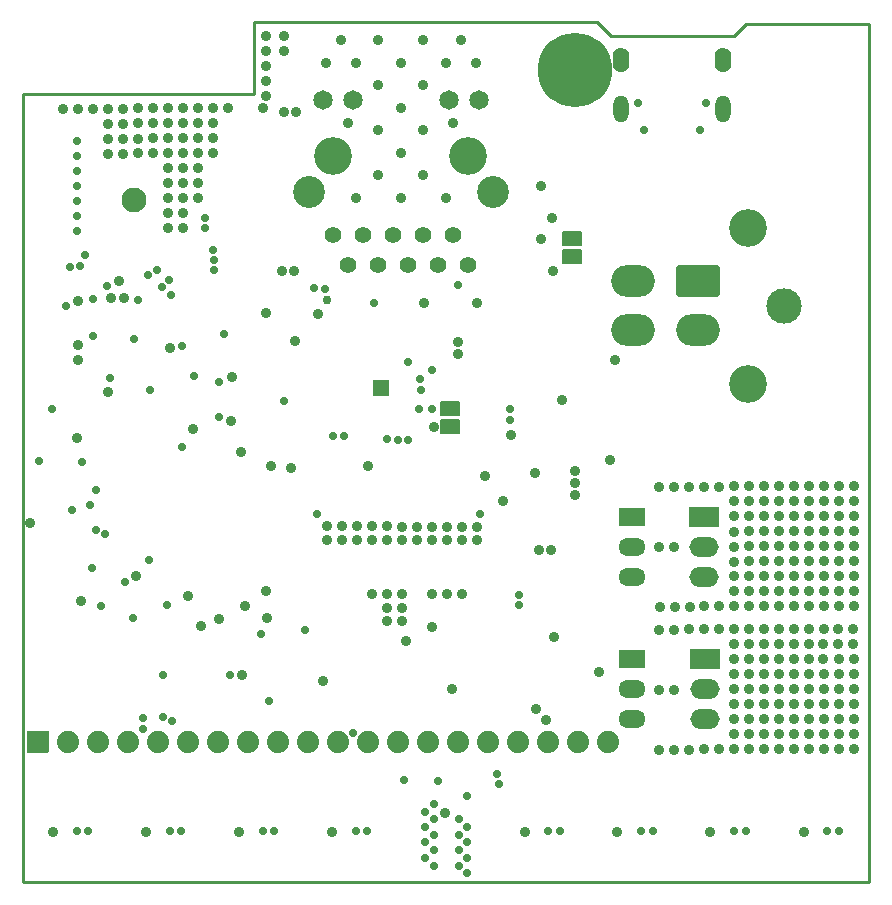
<source format=gbr>
%TF.GenerationSoftware,KiCad,Pcbnew,(7.0.0)*%
%TF.CreationDate,2023-03-12T03:28:47+03:00*%
%TF.ProjectId,ESP32-DEVKIT-L,45535033-322d-4444-9556-4b49542d4c2e,1*%
%TF.SameCoordinates,PX4260300PY8558f68*%
%TF.FileFunction,Soldermask,Bot*%
%TF.FilePolarity,Negative*%
%FSLAX46Y46*%
G04 Gerber Fmt 4.6, Leading zero omitted, Abs format (unit mm)*
G04 Created by KiCad (PCBNEW (7.0.0)) date 2023-03-12 03:28:47*
%MOMM*%
%LPD*%
G01*
G04 APERTURE LIST*
G04 Aperture macros list*
%AMRoundRect*
0 Rectangle with rounded corners*
0 $1 Rounding radius*
0 $2 $3 $4 $5 $6 $7 $8 $9 X,Y pos of 4 corners*
0 Add a 4 corners polygon primitive as box body*
4,1,4,$2,$3,$4,$5,$6,$7,$8,$9,$2,$3,0*
0 Add four circle primitives for the rounded corners*
1,1,$1+$1,$2,$3*
1,1,$1+$1,$4,$5*
1,1,$1+$1,$6,$7*
1,1,$1+$1,$8,$9*
0 Add four rect primitives between the rounded corners*
20,1,$1+$1,$2,$3,$4,$5,0*
20,1,$1+$1,$4,$5,$6,$7,0*
20,1,$1+$1,$6,$7,$8,$9,0*
20,1,$1+$1,$8,$9,$2,$3,0*%
G04 Aperture macros list end*
%ADD10C,2.101600*%
%ADD11R,1.422400X1.422400*%
%ADD12C,3.200000*%
%ADD13C,1.410000*%
%ADD14C,1.650000*%
%ADD15C,2.700000*%
%ADD16C,1.200000*%
%ADD17C,6.300000*%
%ADD18RoundRect,0.050800X-0.889000X-0.889000X0.889000X-0.889000X0.889000X0.889000X-0.889000X0.889000X0*%
%ADD19C,1.879600*%
%ADD20RoundRect,0.050800X0.800100X-0.584200X0.800100X0.584200X-0.800100X0.584200X-0.800100X-0.584200X0*%
%ADD21R,2.300000X1.500000*%
%ADD22O,2.300000X1.500000*%
%ADD23R,2.500000X1.700000*%
%ADD24O,2.500000X1.700000*%
%ADD25C,3.000000*%
%ADD26RoundRect,0.250001X-1.599999X1.099999X-1.599999X-1.099999X1.599999X-1.099999X1.599999X1.099999X0*%
%ADD27O,3.700000X2.700000*%
%ADD28C,0.701600*%
%ADD29O,1.301600X2.301600*%
%ADD30O,1.401600X2.101600*%
%ADD31C,0.900000*%
%ADD32C,0.700000*%
%ADD33C,0.750000*%
%TA.AperFunction,Profile*%
%ADD34C,0.254000*%
%TD*%
G04 APERTURE END LIST*
D10*
X9410000Y57742000D03*
D11*
X30348999Y41780999D03*
D12*
X37715000Y61466000D03*
X26285000Y61466000D03*
D13*
X36455000Y54766000D03*
X35185000Y52226000D03*
X33915000Y54766000D03*
X32645000Y52226000D03*
X31375000Y54766000D03*
X30105000Y52226000D03*
X28835000Y54766000D03*
X27565000Y52226000D03*
D14*
X27930000Y66214500D03*
X38610000Y66214500D03*
D15*
X39800000Y58416000D03*
X24200000Y58416000D03*
D14*
X25390000Y66214500D03*
X36070000Y66214500D03*
D16*
X44319000Y68705000D03*
X45081000Y70356000D03*
X45081000Y66927000D03*
X46732000Y71118000D03*
D17*
X46732000Y68705000D03*
D16*
X46732000Y66292000D03*
X48383000Y70356000D03*
X48383000Y67054000D03*
X49145000Y68705000D03*
D18*
X1266000Y11809000D03*
D19*
X3806000Y11809000D03*
X6346000Y11809000D03*
X8886000Y11809000D03*
X11426000Y11809000D03*
X13966000Y11809000D03*
X16506000Y11809000D03*
X19046000Y11809000D03*
X21586000Y11809000D03*
X24126000Y11809000D03*
X26666000Y11809000D03*
X29206000Y11809000D03*
X31746000Y11809000D03*
X34286000Y11809000D03*
X36826000Y11809000D03*
X39366000Y11809000D03*
X41906000Y11809000D03*
X44446000Y11809000D03*
X46986000Y11809000D03*
X49526000Y11809000D03*
D20*
X46470000Y52928000D03*
X46470000Y52928000D03*
X46470000Y54452000D03*
D13*
X26300000Y54775000D03*
D21*
X51609999Y30924999D03*
D22*
X51609999Y28384999D03*
X51609999Y25844999D03*
D21*
X51609999Y18849999D03*
D22*
X51609999Y16309999D03*
X51609999Y13769999D03*
D23*
X57724999Y18874999D03*
D24*
X57724999Y16334999D03*
X57724999Y13794999D03*
D23*
X57717499Y30934999D03*
D24*
X57717499Y28394999D03*
X57717499Y25854999D03*
D25*
X64465000Y48800000D03*
D26*
X57165000Y50900000D03*
D27*
X57164999Y46699999D03*
X51664999Y50899999D03*
X51664999Y46699999D03*
D28*
X52085000Y65920000D03*
X57865000Y65920000D03*
D29*
X50654999Y65419999D03*
X59294999Y65419999D03*
D30*
X50654999Y69599999D03*
X59294999Y69599999D03*
D20*
X36135488Y40063500D03*
X36135488Y38539500D03*
X36135488Y38539500D03*
D13*
X37715000Y52225000D03*
D12*
X61365000Y55400000D03*
X61365000Y42200000D03*
D26*
X57165000Y50900000D03*
D27*
X57164999Y46699999D03*
X51664999Y50899999D03*
X51664999Y46699999D03*
D31*
X45670000Y40830000D03*
X50100000Y44160000D03*
X44850000Y51730000D03*
X14015299Y24177800D03*
X55150000Y28385000D03*
X35940000Y30088000D03*
X20570000Y67818000D03*
X61490000Y30950000D03*
X60185000Y18845000D03*
X67805000Y17590000D03*
X20570000Y69084000D03*
X11035000Y61698000D03*
X65290000Y12515000D03*
X14855000Y59163000D03*
X69090000Y11235000D03*
X69080000Y32220000D03*
X60205000Y16295000D03*
X3400000Y65468000D03*
X34849102Y38502577D03*
X63985000Y20130000D03*
X35940000Y28945000D03*
X62760000Y12505000D03*
X65280000Y33500000D03*
X55185000Y23310000D03*
X60205000Y17565000D03*
X64005000Y15040000D03*
X13585000Y61718000D03*
X37210000Y28945000D03*
X64030000Y12505000D03*
X7230000Y65483000D03*
X61455000Y21390000D03*
X12325000Y59163000D03*
X11035000Y65508000D03*
X13575000Y64238000D03*
X53915000Y23310000D03*
D32*
X32580000Y44010000D03*
D31*
X9765000Y61698000D03*
X67830000Y29690000D03*
X57655000Y21375000D03*
X61490000Y29680000D03*
X5960000Y65483000D03*
X69090000Y29680000D03*
X28317000Y30095000D03*
X61480000Y32220000D03*
X13585000Y55353000D03*
X56400000Y21375000D03*
X20570000Y66548000D03*
X69090000Y12505000D03*
X61490000Y13775000D03*
X56430000Y11210000D03*
X34635525Y21610100D03*
X64030000Y13775000D03*
X62760000Y13775000D03*
X28317000Y28952000D03*
X32130000Y23235000D03*
D32*
X40174428Y9133880D03*
D31*
X29206000Y35175000D03*
X32130000Y28948000D03*
X8500000Y64213000D03*
X38480000Y30088000D03*
X70355000Y33490000D03*
X69115000Y23335000D03*
X61490000Y12505000D03*
X20323700Y65490519D03*
X23110000Y65147000D03*
X56425000Y33475000D03*
X69090000Y28410000D03*
X66535000Y17590000D03*
X65290000Y13785000D03*
X69055000Y21390000D03*
X17680000Y42740000D03*
X23070479Y45803479D03*
X4568000Y37587848D03*
X67825000Y33510000D03*
X12305000Y62968000D03*
X62735000Y16310000D03*
X21967000Y51685000D03*
X67855000Y24615000D03*
X22690000Y35050000D03*
X14855000Y60433000D03*
X27047000Y30095000D03*
X64005000Y16310000D03*
X70360000Y30950000D03*
X61465000Y16310000D03*
X11035000Y62968000D03*
X65265000Y17590000D03*
X58220000Y4230000D03*
X9765000Y64238000D03*
X62755000Y32220000D03*
X12461090Y45243100D03*
X61515000Y25875000D03*
X61455000Y20120000D03*
X65315000Y23345000D03*
X70360000Y28410000D03*
X22094000Y65147000D03*
X29587000Y30095000D03*
X60230000Y11220000D03*
X14845000Y62973000D03*
X58955000Y33475000D03*
X7230000Y62943000D03*
X60230000Y28395000D03*
X4905900Y23813898D03*
X64000000Y21400000D03*
X69055000Y20120000D03*
X65265000Y18860000D03*
X44700000Y28063000D03*
X66560000Y30960000D03*
X13585000Y60433000D03*
X70385000Y24605000D03*
X13585000Y59163000D03*
X70355000Y32220000D03*
X60230000Y27125000D03*
X62755000Y33490000D03*
X35940000Y24378000D03*
X64055000Y24605000D03*
X61515000Y24605000D03*
X67810000Y30970000D03*
X64030000Y28410000D03*
X64030000Y29680000D03*
X67810000Y32240000D03*
X16603499Y22239588D03*
X36826000Y45716000D03*
X60210000Y30945000D03*
X10420000Y4215669D03*
X67830000Y11245000D03*
X66530000Y21400000D03*
X70330000Y21390000D03*
X70330000Y20120000D03*
X2560000Y4220000D03*
X13575000Y62968000D03*
X67855000Y23345000D03*
X63985000Y18860000D03*
X36826000Y44700000D03*
X55160000Y11210000D03*
X20570000Y48129000D03*
X13585000Y57893000D03*
X70335000Y16310000D03*
X15064589Y21704589D03*
X53890000Y11210000D03*
X57680000Y33475000D03*
X61515000Y23335000D03*
X42489227Y4220000D03*
X34670000Y30091000D03*
X57690000Y11220000D03*
X16115000Y65498000D03*
X69065000Y18850000D03*
X66560000Y12515000D03*
X43684000Y28063000D03*
X11035000Y64238000D03*
X66560000Y13785000D03*
X67785000Y18870000D03*
X8500000Y61673000D03*
X65255000Y21400000D03*
X4695000Y49145000D03*
X61490000Y27140000D03*
X64030000Y27140000D03*
X62785000Y24605000D03*
X30860000Y24382000D03*
X13585000Y56623000D03*
X64025000Y33500000D03*
X69080000Y33490000D03*
X69090000Y27140000D03*
X20580000Y24670000D03*
X57715000Y23320000D03*
X66535000Y16320000D03*
X7230000Y64213000D03*
X66560000Y15055000D03*
X55135000Y16285000D03*
X61465000Y18850000D03*
X44940000Y20738000D03*
X65315000Y24615000D03*
X20653228Y22336328D03*
X61490000Y28410000D03*
X12325000Y55353000D03*
X12305000Y65508000D03*
X8500000Y65483000D03*
X65290000Y29690000D03*
X70360000Y13775000D03*
X56455000Y23310000D03*
X14845000Y65498000D03*
X62735000Y17580000D03*
X25777000Y28952000D03*
X12305000Y64238000D03*
X62785000Y27145000D03*
X12305000Y61698000D03*
X70335000Y17580000D03*
X66585000Y25885000D03*
X66555000Y32230000D03*
X64005000Y17580000D03*
X38480000Y28945000D03*
X60255000Y25860000D03*
X16115000Y62973000D03*
X7489000Y49399000D03*
X32130000Y30091000D03*
X60205000Y15025000D03*
X33400000Y30091000D03*
X30860000Y23235000D03*
X43352843Y34630393D03*
X33400000Y28948000D03*
X37207000Y24380000D03*
D32*
X5971100Y49346601D03*
D31*
X62760000Y30950000D03*
X62760000Y28410000D03*
X17385000Y65498000D03*
X69090000Y30950000D03*
X62785000Y23335000D03*
X20570000Y70354000D03*
X66530000Y20130000D03*
X70360000Y12505000D03*
X25380000Y16970000D03*
X61480000Y33490000D03*
X65255000Y20130000D03*
X69115000Y25875000D03*
X61465000Y15040000D03*
X50340000Y4230000D03*
X65280000Y32230000D03*
X67830000Y12515000D03*
X62785000Y25875000D03*
X70360000Y29680000D03*
X30857000Y28952000D03*
X9770000Y62943000D03*
X64030000Y11235000D03*
X8568500Y49399561D03*
X20570000Y71624000D03*
X16115000Y64248000D03*
X12315000Y60433000D03*
X53880000Y28385000D03*
X60255000Y23320000D03*
X65290000Y11245000D03*
X60225000Y33485000D03*
X34670000Y24378000D03*
X22094000Y71624000D03*
X62760000Y11235000D03*
X67830000Y27150000D03*
X64010000Y30960000D03*
X70385000Y25875000D03*
X12325000Y57893000D03*
X22957600Y51685000D03*
X8500000Y62943000D03*
X32130000Y22088000D03*
X62760000Y15045000D03*
X12325000Y56623000D03*
X4680000Y65478000D03*
X66560000Y29690000D03*
X64010000Y32230000D03*
X34670000Y28948000D03*
X65315000Y25885000D03*
X35774009Y5859842D03*
X65290000Y27150000D03*
X14845000Y64248000D03*
X26170000Y4216721D03*
X60230000Y29665000D03*
X4695000Y44192000D03*
X9765000Y65508000D03*
X7230000Y61673000D03*
X62730000Y21390000D03*
X60200000Y21385000D03*
X44812500Y56173000D03*
X53880000Y33465000D03*
X67805000Y15050000D03*
X69090000Y13775000D03*
X9609195Y25870474D03*
X62760000Y29680000D03*
X60255000Y24590000D03*
X62730000Y20120000D03*
X67830000Y28420000D03*
X69065000Y15040000D03*
X53855000Y21365000D03*
X58930000Y21375000D03*
X32130000Y24381000D03*
X69065000Y16310000D03*
X39154589Y34343411D03*
X14855000Y57893000D03*
X55130000Y21365000D03*
X4695000Y45462000D03*
X70335000Y18850000D03*
X60230000Y13760000D03*
X55155000Y33465000D03*
X7225961Y41504039D03*
X66555000Y33500000D03*
X60230000Y12490000D03*
X14855000Y61718000D03*
X65290000Y28420000D03*
X70385000Y23335000D03*
X25015000Y48065500D03*
X22094000Y70354000D03*
X61465000Y17580000D03*
X30860000Y22088000D03*
X66585000Y24615000D03*
X66560000Y11245000D03*
X644186Y30348000D03*
X67830000Y13785000D03*
X67800000Y21410000D03*
X58960000Y11220000D03*
X69115000Y24605000D03*
X58985000Y23320000D03*
X66100000Y4230000D03*
X29587000Y28952000D03*
X60185000Y20115000D03*
X16125000Y61703000D03*
X37210000Y30088000D03*
X66585000Y27155000D03*
X70360000Y11235000D03*
X67855000Y25885000D03*
X61490000Y11235000D03*
X69065000Y17580000D03*
X64055000Y25875000D03*
X66535000Y18860000D03*
X65265000Y16320000D03*
X67785000Y20140000D03*
X70360000Y15045000D03*
X27047000Y28952000D03*
X66585000Y23345000D03*
X30857000Y30095000D03*
X36336128Y16343872D03*
X67805000Y16320000D03*
X62735000Y18850000D03*
X70385000Y27145000D03*
X18298234Y4212649D03*
X65290000Y30960000D03*
X25777000Y30095000D03*
X64055000Y23335000D03*
X60210000Y32215000D03*
X66560000Y28420000D03*
X29590000Y24378000D03*
X13575000Y65508000D03*
X65265000Y15050000D03*
X53865000Y16285000D03*
X18851351Y23366097D03*
D32*
X14474000Y42797000D03*
D31*
X40690000Y32256000D03*
X8180000Y50860000D03*
X44300000Y13730000D03*
X18590000Y17500000D03*
X18500000Y36440000D03*
X14380071Y38372992D03*
X43430000Y14603000D03*
D32*
X20840000Y15280551D03*
X1373596Y35598933D03*
X20208300Y21020000D03*
X4550000Y62736000D03*
X36826000Y50544000D03*
X29714000Y49020000D03*
D31*
X33970000Y49020000D03*
X38477000Y49020000D03*
D33*
X25777000Y49274000D03*
D31*
X41364900Y37840000D03*
D32*
X57375000Y63700000D03*
D31*
X32480000Y20380000D03*
D32*
X52575000Y63700000D03*
X34675000Y40000000D03*
X10783480Y41634700D03*
X12202865Y23472700D03*
X4550000Y57656000D03*
D31*
X46770000Y32764000D03*
X48775000Y17775000D03*
X46770000Y34796000D03*
X46770000Y33780000D03*
D32*
X12548555Y49657751D03*
X37630000Y7240000D03*
X32287950Y8614224D03*
X4550000Y60196000D03*
X10159519Y13895438D03*
X10189840Y12975717D03*
X4550000Y61466000D03*
X4550000Y56386000D03*
X35145630Y8547045D03*
D31*
X21020000Y35220000D03*
X17649000Y38987000D03*
D32*
X16633000Y39367980D03*
X16633000Y42289000D03*
X17554700Y17500000D03*
X11840211Y17500211D03*
X4550000Y58926000D03*
X27948670Y12640081D03*
X7361100Y42670000D03*
X2479143Y40010000D03*
X17000543Y46411091D03*
X23900000Y21314700D03*
X12401455Y50997029D03*
X11847164Y13987300D03*
X10600358Y51399500D03*
X13438190Y45337000D03*
X13440000Y36790000D03*
X6208900Y33188293D03*
X6210000Y29820300D03*
X9793926Y49269812D03*
X11397444Y51785274D03*
X12674333Y13641251D03*
X26284996Y37780500D03*
X4876919Y52140990D03*
X27174000Y37780500D03*
X5240429Y53043317D03*
X30873671Y37471275D03*
X4003187Y52061931D03*
X31750000Y37430000D03*
X16184289Y51771382D03*
X32640000Y37429534D03*
X7133800Y50463101D03*
X5712747Y31897853D03*
X7000251Y29439300D03*
X9394000Y45972000D03*
X10719095Y27241700D03*
X6600000Y23366000D03*
X9336254Y22322491D03*
X3622686Y48766000D03*
X5965000Y46226000D03*
X8620300Y25430000D03*
X5838000Y26540998D03*
X24869536Y31110464D03*
X38714930Y31113000D03*
X4550000Y55100000D03*
D31*
X43912500Y58900000D03*
D32*
X15427114Y55370000D03*
X34652156Y43340000D03*
X16150053Y52648526D03*
X33642256Y42564031D03*
X16116035Y53525679D03*
X33725383Y41690676D03*
X15418726Y56251734D03*
X33568163Y40029483D03*
X11808376Y50349872D03*
X22126611Y40740917D03*
X25559530Y50187798D03*
X24666301Y50321179D03*
D31*
X33905000Y71245000D03*
X30095000Y71245000D03*
X28190000Y69340000D03*
X33905000Y67435000D03*
X33905000Y59815000D03*
X32000000Y69340000D03*
X30095000Y63625000D03*
X30095000Y67435000D03*
X32000000Y61720000D03*
X28190000Y57910000D03*
X35810000Y57910000D03*
X38350000Y69340000D03*
X32000000Y65530000D03*
X25650000Y69340000D03*
X36445000Y64260000D03*
X35810000Y69340000D03*
X32000000Y57910000D03*
X33905000Y63625000D03*
X27555000Y64260000D03*
X30095000Y59815000D03*
X26920000Y71245000D03*
X37080000Y71245000D03*
D32*
X4155440Y31450000D03*
X4980000Y35538700D03*
X40304333Y8266251D03*
X34800000Y6590000D03*
X41264900Y40018517D03*
X41979830Y23432698D03*
D31*
X43912500Y54450000D03*
X49710000Y35720000D03*
D32*
X41264900Y39129118D03*
X41979330Y24314690D03*
X34090000Y5940000D03*
X4560000Y4290000D03*
X34790000Y5290000D03*
X5560000Y4290000D03*
X12430000Y4290000D03*
X34090000Y4640000D03*
X34790000Y3990000D03*
X13430000Y4290000D03*
X34090000Y3340000D03*
X20308234Y4290126D03*
X34790000Y2690000D03*
X21300000Y4290126D03*
X34090000Y2040000D03*
X28170000Y4286721D03*
X29170000Y4286721D03*
X34790000Y1390000D03*
X37600000Y740000D03*
X44490000Y4283893D03*
X36900000Y1390000D03*
X45490000Y4283893D03*
X52360000Y4284115D03*
X37600000Y2040000D03*
X53360000Y4284115D03*
X36900000Y2690000D03*
X37600000Y3340000D03*
X60230000Y4285112D03*
X61230000Y4285112D03*
X36900000Y3990000D03*
X68110000Y4285000D03*
X37600000Y4640000D03*
X36900000Y5290000D03*
X69110000Y4285000D03*
D34*
X48650000Y72773492D02*
X49770000Y71659000D01*
X48650000Y72773492D02*
X19554000Y72769000D01*
X-4000Y66673000D02*
X0Y0D01*
X61200000Y72675000D02*
X71675000Y72675000D01*
X19554000Y66673000D02*
X19554000Y72769000D01*
X60184000Y71659000D02*
X61200000Y72675000D01*
X49770000Y71659000D02*
X60184000Y71659000D01*
X71675000Y72675000D02*
X71675000Y0D01*
X-4000Y66673000D02*
X19554000Y66673000D01*
X0Y0D02*
X71675000Y0D01*
M02*

</source>
